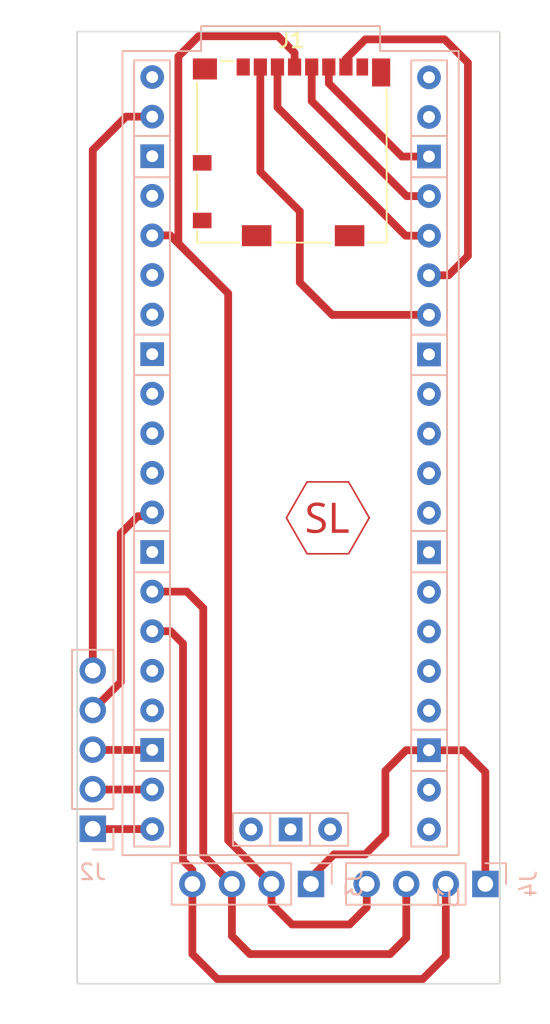
<source format=kicad_pcb>
(kicad_pcb (version 20221018) (generator pcbnew)
  (layers (0 "F.Cu" signal) (31 "B.Cu" signal) (34 "B.Paste" user) (35 "F.Paste" user) (36 "B.SilkS" user "B.Silkscreen") (37 "F.SilkS" user "F.Silkscreen") (38 "B.Mask" user) (39 "F.Mask" user) (44 "Edge.Cuts" user))
  (net 0 "")
  (net 2 "/SD_CS")
  (net 3 "/SD_MOSI")
  (net 4 "+3V3")
  (net 5 "/SD_SCLK")
  (net 6 "GND")
  (net 7 "/SD_MISO")
  (net 10 "/UART0_TX")
  (net 11 "/I2C0_SDA")
  (net 12 "/I2C0_SCL")
  (net 13 "/UART0_RX")
  (net 14 "/MCTL_CTR")
  (net 29 "VCC")
  (footprint "Connector_Card:microSD_HC_Molex_104031-0811" (layer "F.Cu") (at 105.97 55.825)
    (fp_text reference "J1" (at 0 -7.18) (layer "F.SilkS"))
    (fp_text value "Micro_SD_Card")
    (fp_line (start -6.07 -4.45) (end -6.07 0) (stroke (width 0.12)) (layer "F.SilkS"))
    (fp_line (start -6.07 1.4) (end -6.07 3.7) (stroke (width 0.12)) (layer "F.SilkS"))
    (fp_line (start -6.07 5.1) (end -6.07 5.82) (stroke (width 0.12)) (layer "F.SilkS"))
    (fp_line (start -6.07 5.82) (end -3.39 5.82) (stroke (width 0.12)) (layer "F.SilkS"))
    (fp_line (start -4.59 -5.82) (end -3.73 -5.82) (stroke (width 0.12)) (layer "F.SilkS"))
    (fp_line (start -1.09 5.82) (end 2.58 5.82) (stroke (width 0.12)) (layer "F.SilkS"))
    (fp_line (start 4.88 5.82) (end 6.11 5.82) (stroke (width 0.12)) (layer "F.SilkS"))
    (fp_line (start 6.11 5.82) (end 6.11 -4) (stroke (width 0.12)) (layer "F.SilkS"))
    (pad "1" smd rect (at -3.105 -5.45) (size 0.85 1.1) (layers "F.Cu" "F.Paste" "F.Mask"))
    (pad "2" smd rect (at -2.005 -5.45) (size 0.85 1.1) (layers "F.Cu" "F.Paste" "F.Mask") (net 2 "/SD_CS"))
    (pad "3" smd rect (at -0.905 -5.45) (size 0.85 1.1) (layers "F.Cu" "F.Paste" "F.Mask") (net 3 "/SD_MOSI"))
    (pad "4" smd rect (at 0.195 -5.45) (size 0.85 1.1) (layers "F.Cu" "F.Paste" "F.Mask") (net 4 "+3V3"))
    (pad "5" smd rect (at 1.295 -5.45) (size 0.85 1.1) (layers "F.Cu" "F.Paste" "F.Mask") (net 5 "/SD_SCLK"))
    (pad "6" smd rect (at 2.395 -5.45) (size 0.85 1.1) (layers "F.Cu" "F.Paste" "F.Mask") (net 6 "GND"))
    (pad "7" smd rect (at 3.495 -5.45) (size 0.85 1.1) (layers "F.Cu" "F.Paste" "F.Mask") (net 7 "/SD_MISO"))
    (pad "8" smd rect (at 4.545 -5.45) (size 0.75 1.1) (layers "F.Cu" "F.Paste" "F.Mask"))
    (pad "9" smd rect (at -5.74 0.7) (size 1.2 1) (layers "F.Cu" "F.Paste" "F.Mask"))
    (pad "10" smd rect (at -5.74 4.4) (size 1.2 1) (layers "F.Cu" "F.Paste" "F.Mask"))
    (pad "11" smd rect (at -5.565 -5.325) (size 1.55 1.35) (layers "F.Cu" "F.Paste" "F.Mask"))
    (pad "11" smd rect (at -2.24 5.375) (size 1.9 1.35) (layers "F.Cu" "F.Paste" "F.Mask"))
    (pad "11" smd rect (at 3.73 5.375) (size 1.9 1.35) (layers "F.Cu" "F.Paste" "F.Mask"))
    (pad "11" smd rect (at 5.755 -5.1) (size 1.17 1.8) (layers "F.Cu" "F.Paste" "F.Mask"))
  )
  (footprint "Logos:Stolij-Logo" (layer "F.Cu") (at 108.3 79.3)
    (fp_text reference "G***" hide)
    (fp_text value "LOGO" hide)
    (fp_poly (pts (xy 0.499534 0.745315) (xy 1.337733 0.745315) (xy 1.337733 0.965522) (xy 0.262467 0.965522) (xy 0.262467 -0.957053) (xy 0.499534 -0.957053)) (fill solid) (layer "F.Cu"))
    (fp_poly (pts (xy -0.620532 -0.978491) (xy -0.517929 -0.96899) (xy -0.417587 -0.952246) (xy -0.3937 -0.947021) (xy -0.349811 -0.935969) (xy -0.305309 -0.923101) (xy -0.263198 -0.909481) (xy -0.226483 -0.896178) (xy -0.198167 -0.884258) (xy -0.181256 -0.874786) (xy -0.1778 -0.870379) (xy -0.180713 -0.855445) (xy -0.188489 -0.830538) (xy -0.199686 -0.799247) (xy -0.212863 -0.76516) (xy -0.226575 -0.731864) (xy -0.239381 -0.702948) (xy -0.249838 -0.681998) (xy -0.256504 -0.672604) (xy -0.257371 -0.672464) (xy -0.284063 -0.682519) (xy -0.322318 -0.695367) (xy -0.367308 -0.709544) (xy -0.414208 -0.723587) (xy -0.458191 -0.736033) (xy -0.494428 -0.745418) (xy -0.508321 -0.748544) (xy -0.592428 -0.761946) (xy -0.675701 -0.767945) (xy -0.754843 -0.766661) (xy -0.826554 -0.758217) (xy -0.887534 -0.742735) (xy -0.910116 -0.733724) (xy -0.970093 -0.697945) (xy -1.016634 -0.652237) (xy -1.049184 -0.597667) (xy -1.067188 -0.535303) (xy -1.070092 -0.466209) (xy -1.066347 -0.433343) (xy -1.053973 -0.379766) (xy -1.033968 -0.335995) (xy -1.002943 -0.295437) (xy -0.98684 -0.278788) (xy -0.961815 -0.256745) (xy -0.930976 -0.234745) (xy -0.892569 -0.211874) (xy -0.844837 -0.187215) (xy -0.786025 -0.159853) (xy -0.714377 -0.128872) (xy -0.642243 -0.099079) (xy -0.536222 -0.053916) (xy -0.445648 -0.010545) (xy -0.369281 0.032113) (xy -0.305879 0.075138) (xy -0.254201 0.119607) (xy -0.213007 0.166602) (xy -0.181056 0.2172) (xy -0.157107 0.272481) (xy -0.139919 0.333525) (xy -0.138779 0.338779) (xy -0.128617 0.420185) (xy -0.130994 0.504611) (xy -0.1452 0.587762) (xy -0.170523 0.665343) (xy -0.203366 0.728635) (xy -0.236394 0.7714) (xy -0.280221 0.815784) (xy -0.32984 0.857326) (xy -0.380245 0.891565) (xy -0.396319 0.900565) (xy -0.484411 0.938349) (xy -0.584925 0.965939) (xy -0.696639 0.983168) (xy -0.81833 0.989872) (xy -0.948773 0.985883) (xy -0.996937 0.981867) (xy -1.098361 0.967946) (xy -1.199031 0.946506) (xy -1.272116 0.925485) (xy -1.337733 0.903991) (xy -1.337733 0.67156) (xy -1.242483 0.703801) (xy -1.147381 0.733213) (xy -1.05906 0.75405) (xy -0.970526 0.767591) (xy -0.874788 0.775119) (xy -0.846667 0.77629) (xy -0.787142 0.777807) (xy -0.740455 0.777516) (xy -0.702587 0.775236) (xy -0.66952 0.770786) (xy -0.65273 0.767519) (xy -0.571323 0.743703) (xy -0.502888 0.709868) (xy -0.447807 0.666272) (xy -0.406465 0.613174) (xy -0.396337 0.594497) (xy -0.387129 0.573311) (xy -0.381306 0.551836) (xy -0.378147 0.525316) (xy -0.376931 0.488998) (xy -0.376826 0.465822) (xy -0.377277 0.424167) (xy -0.379118 0.394622) (xy -0.383185 0.372366) (xy -0.39031 0.352578) (xy -0.399708 0.3335) (xy -0.420109 0.301977) (xy -0.44645 0.270384) (xy -0.460365 0.256794) (xy -0.492918 0.232461) (xy -0.538518 0.204544) (xy -0.594082 0.174619) (xy -0.656529 0.144265) (xy -0.722777 0.115057) (xy -0.7874 0.089446) (xy -0.901757 0.043417) (xy -1.000065 -0.003777) (xy -1.083203 -0.053003) (xy -1.152053 -0.105126) (xy -1.207495 -0.161011) (xy -1.25041 -0.221524) (xy -1.281678 -0.28753) (xy -1.302182 -0.359895) (xy -1.311683 -0.425726) (xy -1.314283 -0.518663) (xy -1.30392 -0.601868) (xy -1.280197 -0.676961) (xy -1.24272 -0.745561) (xy -1.228874 -0.764934) (xy -1.172821 -0.825784) (xy -1.103655 -0.878359) (xy -1.023749 -0.921243) (xy -0.935473 -0.953018) (xy -0.898631 -0.962239) (xy -0.815211 -0.975246) (xy -0.721069 -0.98062)) (fill solid) (layer "F.Cu"))
    (fp_poly (pts (xy 2.029464 -1.202668) (xy 2.104094 -1.073613) (xy 2.176566 -0.948255) (xy 2.246411 -0.827407) (xy 2.313162 -0.711881) (xy 2.376349 -0.60249) (xy 2.435503 -0.500046) (xy 2.490156 -0.405361) (xy 2.539839 -0.319248) (xy 2.584083 -0.242518) (xy 2.62242 -0.175985) (xy 2.65438 -0.12046) (xy 2.679496 -0.076755) (xy 2.697299 -0.045684) (xy 2.707319 -0.028058) (xy 2.709255 -0.024557) (xy 2.72532 0.005937) (xy 2.045532 1.182345) (xy 1.365745 2.358753) (xy -1.362549 2.363039) (xy -1.408405 2.28467) (xy -1.419785 2.265126) (xy -1.438642 2.232625) (xy -1.464412 2.188142) (xy -1.496532 2.132652) (xy -1.534438 2.067131) (xy -1.577568 1.992555) (xy -1.625356 1.909899) (xy -1.677241 1.820138) (xy -1.732659 1.724249) (xy -1.791047 1.623206) (xy -1.851841 1.517985) (xy -1.914477 1.409562) (xy -1.978393 1.298912) (xy -2.043024 1.18701) (xy -2.107809 1.074833) (xy -2.172183 0.963356) (xy -2.235582 0.853554) (xy -2.297445 0.746402) (xy -2.357206 0.642877) (xy -2.414303 0.543954) (xy -2.468173 0.450608) (xy -2.518251 0.363815) (xy -2.563976 0.28455) (xy -2.604783 0.213789) (xy -2.640108 0.152507) (xy -2.669389 0.10168) (xy -2.692063 0.062284) (xy -2.707565 0.035293) (xy -2.715333 0.021684) (xy -2.716088 0.020324) (xy -2.716592 0.016697) (xy -2.715257 0.010295) (xy -2.713073 0.004234) (xy -2.594595 0.004234) (xy -2.590444 0.012972) (xy -2.578368 0.035389) (xy -2.558928 0.070507) (xy -2.532686 0.117349) (xy -2.500205 0.174937) (xy -2.462047 0.242293) (xy -2.418774 0.318439) (xy -2.370949 0.402397) (xy -2.319134 0.49319) (xy -2.263891 0.589839) (xy -2.205782 0.691367) (xy -2.145369 0.796796) (xy -2.083215 0.905149) (xy -2.019882 1.015446) (xy -1.955932 1.126711) (xy -1.891928 1.237966) (xy -1.828431 1.348233) (xy -1.766004 1.456533) (xy -1.70521 1.56189) (xy -1.64661 1.663325) (xy -1.590766 1.759861) (xy -1.538241 1.850519) (xy -1.489597 1.934322) (xy -1.445397 2.010292) (xy -1.406202 2.077451) (xy -1.372575 2.134821) (xy -1.345079 2.181425) (xy -1.324274 2.216285) (xy -1.310724 2.238422) (xy -1.305308 2.246532) (xy -1.302967 2.248517) (xy -1.298934 2.250318) (xy -1.292414 2.251942) (xy -1.282612 2.2534) (xy -1.268733 2.254699) (xy -1.249983 2.255849) (xy -1.225567 2.256859) (xy -1.194689 2.257738) (xy -1.156556 2.258496) (xy -1.110372 2.25914) (xy -1.055342 2.25968) (xy -0.990672 2.260125) (xy -0.915566 2.260485) (xy -0.829231 2.260767) (xy -0.73087 2.260982) (xy -0.61969 2.261138) (xy -0.494895 2.261244) (xy -0.355691 2.261309) (xy -0.201283 2.261343) (xy -0.030875 2.261353) (xy 1.294247 2.261353) (xy 1.310534 2.238062) (xy 1.319241 2.224327) (xy 1.335549 2.197269) (xy 1.358897 2.157866) (xy 1.388721 2.107098) (xy 1.424459 2.045943) (xy 1.465547 1.975381) (xy 1.511424 1.896389) (xy 1.561527 1.809949) (xy 1.615292 1.717037) (xy 1.672157 1.618634) (xy 1.73156 1.515718) (xy 1.792937 1.409268) (xy 1.855725 1.300263) (xy 1.919363 1.189683) (xy 1.983288 1.078505) (xy 2.046936 0.96771) (xy 2.109745 0.858275) (xy 2.171152 0.751181) (xy 2.230594 0.647405) (xy 2.287509 0.547927) (xy 2.341334 0.453726) (xy 2.391507 0.365781) (xy 2.437464 0.285071) (xy 2.478642 0.212574) (xy 2.51448 0.14927) (xy 2.544414 0.096138) (xy 2.567881 0.054156) (xy 2.58432 0.024304) (xy 2.593166 0.00756) (xy 2.594597 0.004234) (xy 2.590446 -0.004503) (xy 2.578369 -0.02692) (xy 2.558929 -0.062038) (xy 2.532687 -0.108881) (xy 2.500206 -0.166468) (xy 2.462048 -0.233824) (xy 2.418775 -0.30997) (xy 2.37095 -0.393929) (xy 2.319135 -0.484721) (xy 2.263891 -0.581371) (xy 2.205782 -0.682899) (xy 2.145369 -0.788328) (xy 2.083215 -0.89668) (xy 2.019882 -1.006978) (xy 1.955932 -1.118243) (xy 1.891928 -1.229498) (xy 1.828431 -1.339765) (xy 1.766004 -1.448065) (xy 1.70521 -1.553422) (xy 1.646609 -1.654857) (xy 1.590766 -1.751392) (xy 1.538241 -1.842051) (xy 1.489597 -1.925853) (xy 1.445397 -2.001823) (xy 1.406202 -2.068982) (xy 1.372575 -2.126353) (xy 1.345079 -2.172956) (xy 1.324274 -2.207816) (xy 1.310724 -2.229953) (xy 1.305308 -2.238063) (xy 1.302967 -2.240049) (xy 1.298933 -2.24185) (xy 1.292412 -2.243475) (xy 1.282608 -2.244932) (xy 1.268726 -2.246232) (xy 1.249972 -2.247382) (xy 1.22555 -2.248392) (xy 1.194666 -2.249272) (xy 1.156524 -2.250029) (xy 1.110329 -2.250673) (xy 1.055285 -2.251213) (xy 0.990599 -2.251658) (xy 0.915475 -2.252017) (xy 0.829118 -2.2523) (xy 0.730733 -2.252514) (xy 0.619524 -2.25267) (xy 0.494698 -2.252776) (xy 0.355458 -2.252841) (xy 0.201009 -2.252874) (xy 0.030558 -2.252884) (xy 0 -2.252885) (xy -0.173245 -2.252877) (xy -0.330353 -2.252848) (xy -0.472117 -2.252789) (xy -0.599333 -2.252691) (xy -0.712796 -2.252544) (xy -0.813301 -2.25234) (xy -0.901643 -2.25207) (xy -0.978617 -2.251725) (xy -1.045019 -2.251295) (xy -1.101643 -2.250771) (xy -1.149284 -2.250145) (xy -1.188738 -2.249408) (xy -1.2208 -2.24855) (xy -1.246264 -2.247563) (xy -1.265926 -2.246437) (xy -1.280581 -2.245163) (xy -1.291023 -2.243733) (xy -1.298049 -2.242137) (xy -1.302453 -2.240367) (xy -1.305029 -2.238413) (xy -1.305342 -2.238063) (xy -1.312213 -2.227635) (xy -1.326822 -2.203645) (xy -1.348606 -2.16707) (xy -1.377002 -2.118889) (xy -1.411449 -2.060079) (xy -1.451385 -1.991617) (xy -1.496246 -1.914483) (xy -1.545472 -1.829653) (xy -1.598499 -1.738106) (xy -1.654765 -1.64082) (xy -1.713709 -1.538771) (xy -1.774767 -1.432939) (xy -1.837378 -1.324301) (xy -1.900979 -1.213835) (xy -1.965009 -1.102519) (xy -2.028905 -0.99133) (xy -2.092104 -0.881247) (xy -2.154044 -0.773247) (xy -2.214164 -0.668308) (xy -2.271901 -0.567409) (xy -2.326693 -0.471526) (xy -2.377977 -0.381638) (xy -2.425191 -0.298723) (xy -2.467773 -0.223758) (xy -2.505161 -0.157721) (xy -2.536793 -0.101591) (xy -2.562106 -0.056345) (xy -2.580538 -0.022961) (xy -2.591526 -0.002417) (xy -2.594595 0.004234) (xy -2.713073 0.004234) (xy -2.711714 0.000462) (xy -2.705596 -0.01346) (xy -2.696532 -0.032127) (xy -2.684156 -0.056193) (xy -2.668098 -0.086317) (xy -2.64799 -0.123153) (xy -2.623464 -0.167359) (xy -2.594152 -0.219589) (xy -2.559684 -0.280502) (xy -2.519692 -0.350752) (xy -2.473809 -0.430996) (xy -2.421665 -0.521891) (xy -2.362892 -0.624092) (xy -2.297121 -0.738255) (xy -2.223985 -0.865038) (xy -2.143115 -1.005095) (xy -2.054141 -1.159084) (xy -2.045594 -1.173874) (xy -1.365682 -2.350284) (xy 1.365738 -2.350284)) (fill solid) (layer "F.Cu"))
  )
  (footprint "BreakoutModules:RPi_Pico" (layer "B.Cu") (at 116.41 100.65 180)
    (fp_text reference "U1" (at 0.5 -3.05 unlocked) (layer "B.SilkS") (effects (justify mirror)))
    (fp_text value "RaspberryPiPico")
    (fp_line (start -0.3 -0.3) (end -0.3 51.3) (stroke (width 0.12)) (layer "B.SilkS"))
    (fp_line (start -0.3 51.3) (end 4.75 51.3) (stroke (width 0.12)) (layer "B.SilkS"))
    (fp_line (start 0.45 0.25) (end 2.75 0.25) (stroke (width 0.12)) (layer "B.SilkS"))
    (fp_line (start 0.45 5.1) (end 2.75 5.1) (stroke (width 0.12)) (layer "B.SilkS"))
    (fp_line (start 0.45 7.75) (end 2.75 7.75) (stroke (width 0.12)) (layer "B.SilkS"))
    (fp_line (start 0.45 17.85) (end 2.75 17.85) (stroke (width 0.12)) (layer "B.SilkS"))
    (fp_line (start 0.45 20.5) (end 2.75 20.5) (stroke (width 0.12)) (layer "B.SilkS"))
    (fp_line (start 0.45 30.5) (end 2.75 30.5) (stroke (width 0.12)) (layer "B.SilkS"))
    (fp_line (start 0.45 33.1) (end 2.75 33.1) (stroke (width 0.12)) (layer "B.SilkS"))
    (fp_line (start 0.45 43.2) (end 2.75 43.2) (stroke (width 0.12)) (layer "B.SilkS"))
    (fp_line (start 0.45 45.85) (end 2.75 45.85) (stroke (width 0.12)) (layer "B.SilkS"))
    (fp_line (start 0.45 50.7) (end 0.45 0.25) (stroke (width 0.12)) (layer "B.SilkS"))
    (fp_line (start 2.75 0.25) (end 2.75 50.7) (stroke (width 0.12)) (layer "B.SilkS"))
    (fp_line (start 2.75 50.7) (end 0.45 50.7) (stroke (width 0.12)) (layer "B.SilkS"))
    (fp_line (start 4.75 51.3) (end 4.75 52.9) (stroke (width 0.12)) (layer "B.SilkS"))
    (fp_line (start 4.75 52.9) (end 16.25 52.9) (stroke (width 0.12)) (layer "B.SilkS"))
    (fp_line (start 6.8 0.3) (end 6.8 2.4) (stroke (width 0.12)) (layer "B.SilkS"))
    (fp_line (start 6.8 2.4) (end 14.2 2.4) (stroke (width 0.12)) (layer "B.SilkS"))
    (fp_line (start 9.25 0.3) (end 9.25 2.4) (stroke (width 0.12)) (layer "B.SilkS"))
    (fp_line (start 11.8 2.4) (end 11.8 0.3) (stroke (width 0.12)) (layer "B.SilkS"))
    (fp_line (start 14.2 0.3) (end 6.8 0.3) (stroke (width 0.12)) (layer "B.SilkS"))
    (fp_line (start 14.2 2.4) (end 14.2 0.3) (stroke (width 0.12)) (layer "B.SilkS"))
    (fp_line (start 16.25 51.3) (end 21.3 51.3) (stroke (width 0.12)) (layer "B.SilkS"))
    (fp_line (start 16.25 52.9) (end 16.25 51.3) (stroke (width 0.12)) (layer "B.SilkS"))
    (fp_line (start 18.25 0.25) (end 20.55 0.25) (stroke (width 0.12)) (layer "B.SilkS"))
    (fp_line (start 18.25 5.1) (end 20.55 5.1) (stroke (width 0.12)) (layer "B.SilkS"))
    (fp_line (start 18.25 7.75) (end 20.55 7.75) (stroke (width 0.12)) (layer "B.SilkS"))
    (fp_line (start 18.25 17.85) (end 20.55 17.85) (stroke (width 0.12)) (layer "B.SilkS"))
    (fp_line (start 18.25 20.5) (end 20.55 20.5) (stroke (width 0.12)) (layer "B.SilkS"))
    (fp_line (start 18.25 30.5) (end 20.55 30.5) (stroke (width 0.12)) (layer "B.SilkS"))
    (fp_line (start 18.25 33.1) (end 20.55 33.1) (stroke (width 0.12)) (layer "B.SilkS"))
    (fp_line (start 18.25 43.2) (end 20.55 43.2) (stroke (width 0.12)) (layer "B.SilkS"))
    (fp_line (start 18.25 45.85) (end 20.55 45.85) (stroke (width 0.12)) (layer "B.SilkS"))
    (fp_line (start 18.25 50.7) (end 18.25 0.25) (stroke (width 0.12)) (layer "B.SilkS"))
    (fp_line (start 20.55 0.25) (end 20.55 50.7) (stroke (width 0.12)) (layer "B.SilkS"))
    (fp_line (start 20.55 50.7) (end 18.25 50.7) (stroke (width 0.12)) (layer "B.SilkS"))
    (fp_line (start 21.3 -0.3) (end -0.3 -0.3) (stroke (width 0.12)) (layer "B.SilkS"))
    (fp_line (start 21.3 51.3) (end 21.3 -0.3) (stroke (width 0.12)) (layer "B.SilkS"))
    (pad "1" thru_hole circle (at 1.61 49.61 180) (size 1.524 1.524) (drill 0.762) (layers "*.Cu" "*.Mask"))
    (pad "2" thru_hole circle (at 1.61 47.07 180) (size 1.524 1.524) (drill 0.762) (layers "*.Cu" "*.Mask"))
    (pad "3" thru_hole rect (at 1.61 44.53 180) (size 1.524 1.524) (drill 0.762) (layers "*.Cu" "*.Mask") (net 6 "GND"))
    (pad "4" thru_hole circle (at 1.61 41.99 180) (size 1.524 1.524) (drill 0.762) (layers "*.Cu" "*.Mask") (net 5 "/SD_SCLK"))
    (pad "5" thru_hole circle (at 1.61 39.45 180) (size 1.524 1.524) (drill 0.762) (layers "*.Cu" "*.Mask") (net 3 "/SD_MOSI"))
    (pad "6" thru_hole circle (at 1.61 36.91 180) (size 1.524 1.524) (drill 0.762) (layers "*.Cu" "*.Mask") (net 7 "/SD_MISO"))
    (pad "7" thru_hole circle (at 1.61 34.37 180) (size 1.524 1.524) (drill 0.762) (layers "*.Cu" "*.Mask") (net 2 "/SD_CS"))
    (pad "8" thru_hole rect (at 1.61 31.83 180) (size 1.524 1.524) (drill 0.762) (layers "*.Cu" "*.Mask") (net 6 "GND"))
    (pad "9" thru_hole circle (at 1.61 29.29 180) (size 1.524 1.524) (drill 0.762) (layers "*.Cu" "*.Mask"))
    (pad "10" thru_hole circle (at 1.61 26.75 180) (size 1.524 1.524) (drill 0.762) (layers "*.Cu" "*.Mask"))
    (pad "11" thru_hole circle (at 1.61 24.21 180) (size 1.524 1.524) (drill 0.762) (layers "*.Cu" "*.Mask"))
    (pad "12" thru_hole circle (at 1.61 21.67 180) (size 1.524 1.524) (drill 0.762) (layers "*.Cu" "*.Mask"))
    (pad "13" thru_hole rect (at 1.61 19.13 180) (size 1.524 1.524) (drill 0.762) (layers "*.Cu" "*.Mask") (net 6 "GND"))
    (pad "14" thru_hole circle (at 1.61 16.59 180) (size 1.524 1.524) (drill 0.762) (layers "*.Cu" "*.Mask"))
    (pad "15" thru_hole circle (at 1.61 14.05 180) (size 1.524 1.524) (drill 0.762) (layers "*.Cu" "*.Mask"))
    (pad "16" thru_hole circle (at 1.61 11.51 180) (size 1.524 1.524) (drill 0.762) (layers "*.Cu" "*.Mask"))
    (pad "17" thru_hole circle (at 1.61 8.97 180) (size 1.524 1.524) (drill 0.762) (layers "*.Cu" "*.Mask"))
    (pad "18" thru_hole rect (at 1.61 6.43 180) (size 1.524 1.524) (drill 0.762) (layers "*.Cu" "*.Mask") (net 6 "GND"))
    (pad "19" thru_hole circle (at 1.61 3.89 180) (size 1.524 1.524) (drill 0.762) (layers "*.Cu" "*.Mask"))
    (pad "20" thru_hole circle (at 1.61 1.35 180) (size 1.524 1.524) (drill 0.762) (layers "*.Cu" "*.Mask"))
    (pad "21" thru_hole circle (at 19.39 1.37 180) (size 1.524 1.524) (drill 0.762) (layers "*.Cu" "*.Mask") (net 10 "/UART0_TX"))
    (pad "22" thru_hole circle (at 19.39 3.91 180) (size 1.524 1.524) (drill 0.762) (layers "*.Cu" "*.Mask") (net 13 "/UART0_RX"))
    (pad "23" thru_hole rect (at 19.39 6.45 180) (size 1.524 1.524) (drill 0.762) (layers "*.Cu" "*.Mask") (net 6 "GND"))
    (pad "24" thru_hole circle (at 19.39 8.99 180) (size 1.524 1.524) (drill 0.762) (layers "*.Cu" "*.Mask"))
    (pad "25" thru_hole circle (at 19.39 11.53 180) (size 1.524 1.524) (drill 0.762) (layers "*.Cu" "*.Mask"))
    (pad "26" thru_hole circle (at 19.39 14.07 180) (size 1.524 1.524) (drill 0.762) (layers "*.Cu" "*.Mask") (net 11 "/I2C0_SDA"))
    (pad "27" thru_hole circle (at 19.39 16.61 180) (size 1.524 1.524) (drill 0.762) (layers "*.Cu" "*.Mask") (net 12 "/I2C0_SCL"))
    (pad "28" thru_hole rect (at 19.39 19.15 180) (size 1.524 1.524) (drill 0.762) (layers "*.Cu" "*.Mask") (net 6 "GND"))
    (pad "29" thru_hole circle (at 19.39 21.69 180) (size 1.524 1.524) (drill 0.762) (layers "*.Cu" "*.Mask") (net 14 "/MCTL_CTR"))
    (pad "30" thru_hole circle (at 19.39 24.23 180) (size 1.524 1.524) (drill 0.762) (layers "*.Cu" "*.Mask"))
    (pad "31" thru_hole circle (at 19.39 26.77 180) (size 1.524 1.524) (drill 0.762) (layers "*.Cu" "*.Mask"))
    (pad "32" thru_hole circle (at 19.39 29.31 180) (size 1.524 1.524) (drill 0.762) (layers "*.Cu" "*.Mask"))
    (pad "33" thru_hole rect (at 19.39 31.85 180) (size 1.524 1.524) (drill 0.762) (layers "*.Cu" "*.Mask") (net 6 "GND"))
    (pad "34" thru_hole circle (at 19.39 34.39 180) (size 1.524 1.524) (drill 0.762) (layers "*.Cu" "*.Mask"))
    (pad "35" thru_hole circle (at 19.39 36.93 180) (size 1.524 1.524) (drill 0.762) (layers "*.Cu" "*.Mask"))
    (pad "36" thru_hole circle (at 19.39 39.47 180) (size 1.524 1.524) (drill 0.762) (layers "*.Cu" "*.Mask") (net 4 "+3V3"))
    (pad "37" thru_hole circle (at 19.39 42.01 180) (size 1.524 1.524) (drill 0.762) (layers "*.Cu" "*.Mask"))
    (pad "38" thru_hole rect (at 19.39 44.55 180) (size 1.524 1.524) (drill 0.762) (layers "*.Cu" "*.Mask") (net 6 "GND"))
    (pad "39" thru_hole circle (at 19.39 47.09 180) (size 1.524 1.524) (drill 0.762) (layers "*.Cu" "*.Mask") (net 29 "VCC"))
    (pad "40" thru_hole circle (at 19.39 49.63 180) (size 1.524 1.524) (drill 0.762) (layers "*.Cu" "*.Mask"))
    (pad "41" thru_hole circle (at 7.96 1.35 180) (size 1.524 1.524) (drill 0.762) (layers "*.Cu" "*.Mask"))
    (pad "42" thru_hole rect (at 10.5 1.35 180) (size 1.524 1.524) (drill 0.762) (layers "*.Cu" "*.Mask"))
    (pad "43" thru_hole circle (at 13.04 1.35 180) (size 1.524 1.524) (drill 0.762) (layers "*.Cu" "*.Mask"))
  )
  (footprint "Connector_PinSocket_2.54mm:PinSocket_1x04_P2.54mm_Vertical" (layer "B.Cu") (at 118.42 102.8 90)
    (fp_text reference "J4" (at 0 2.77 90) (layer "B.SilkS") (effects (justify mirror)))
    (fp_text value "MagnetoMeterConnector")
    (fp_line (start -1.33 -8.95) (end 1.33 -8.95) (stroke (width 0.12)) (layer "B.SilkS"))
    (fp_line (start -1.33 -1.27) (end -1.33 -8.95) (stroke (width 0.12)) (layer "B.SilkS"))
    (fp_line (start -1.33 -1.27) (end 1.33 -1.27) (stroke (width 0.12)) (layer "B.SilkS"))
    (fp_line (start 0 1.33) (end 1.33 1.33) (stroke (width 0.12)) (layer "B.SilkS"))
    (fp_line (start 1.33 -1.27) (end 1.33 -8.95) (stroke (width 0.12)) (layer "B.SilkS"))
    (fp_line (start 1.33 1.33) (end 1.33 0) (stroke (width 0.12)) (layer "B.SilkS"))
    (pad "1" thru_hole rect (at 0 0 90) (size 1.7 1.7) (drill 1) (layers "*.Cu" "*.Mask") (net 6 "GND"))
    (pad "2" thru_hole oval (at 0 -2.54 90) (size 1.7 1.7) (drill 1) (layers "*.Cu" "*.Mask") (net 11 "/I2C0_SDA"))
    (pad "3" thru_hole oval (at 0 -5.08 90) (size 1.7 1.7) (drill 1) (layers "*.Cu" "*.Mask") (net 12 "/I2C0_SCL"))
    (pad "4" thru_hole oval (at 0 -7.62 90) (size 1.7 1.7) (drill 1) (layers "*.Cu" "*.Mask") (net 4 "+3V3"))
  )
  (footprint "Connector_PinSocket_2.54mm:PinSocket_1x04_P2.54mm_Vertical" (layer "B.Cu") (at 107.22 102.8 90)
    (fp_text reference "J3" (at 0 2.77 90) (layer "B.SilkS") (effects (justify mirror)))
    (fp_text value "MouseSensorConnector")
    (fp_line (start -1.33 -8.95) (end 1.33 -8.95) (stroke (width 0.12)) (layer "B.SilkS"))
    (fp_line (start -1.33 -1.27) (end -1.33 -8.95) (stroke (width 0.12)) (layer "B.SilkS"))
    (fp_line (start -1.33 -1.27) (end 1.33 -1.27) (stroke (width 0.12)) (layer "B.SilkS"))
    (fp_line (start 0 1.33) (end 1.33 1.33) (stroke (width 0.12)) (layer "B.SilkS"))
    (fp_line (start 1.33 -1.27) (end 1.33 -8.95) (stroke (width 0.12)) (layer "B.SilkS"))
    (fp_line (start 1.33 1.33) (end 1.33 0) (stroke (width 0.12)) (layer "B.SilkS"))
    (pad "1" thru_hole rect (at 0 0 90) (size 1.7 1.7) (drill 1) (layers "*.Cu" "*.Mask") (net 6 "GND"))
    (pad "2" thru_hole oval (at 0 -2.54 90) (size 1.7 1.7) (drill 1) (layers "*.Cu" "*.Mask") (net 4 "+3V3"))
    (pad "3" thru_hole oval (at 0 -5.08 90) (size 1.7 1.7) (drill 1) (layers "*.Cu" "*.Mask") (net 12 "/I2C0_SCL"))
    (pad "4" thru_hole oval (at 0 -7.62 90) (size 1.7 1.7) (drill 1) (layers "*.Cu" "*.Mask") (net 11 "/I2C0_SDA"))
  )
  (footprint "Connector_PinSocket_2.54mm:PinSocket_1x05_P2.54mm_Vertical" (layer "B.Cu") (at 93.2 99.26)
    (fp_text reference "J2" (at 0 2.77 -360) (layer "B.SilkS") (effects (justify mirror)))
    (fp_text value "LiDARConnector")
    (fp_line (start -1.33 -11.49) (end 1.33 -11.49) (stroke (width 0.12)) (layer "B.SilkS"))
    (fp_line (start -1.33 -1.27) (end -1.33 -11.49) (stroke (width 0.12)) (layer "B.SilkS"))
    (fp_line (start -1.33 -1.27) (end 1.33 -1.27) (stroke (width 0.12)) (layer "B.SilkS"))
    (fp_line (start 0 1.33) (end 1.33 1.33) (stroke (width 0.12)) (layer "B.SilkS"))
    (fp_line (start 1.33 -1.27) (end 1.33 -11.49) (stroke (width 0.12)) (layer "B.SilkS"))
    (fp_line (start 1.33 1.33) (end 1.33 0) (stroke (width 0.12)) (layer "B.SilkS"))
    (pad "1" thru_hole rect (at 0 0) (size 1.7 1.7) (drill 1) (layers "*.Cu" "*.Mask") (net 10 "/UART0_TX"))
    (pad "2" thru_hole oval (at 0 -2.54) (size 1.7 1.7) (drill 1) (layers "*.Cu" "*.Mask") (net 13 "/UART0_RX"))
    (pad "3" thru_hole oval (at 0 -5.08) (size 1.7 1.7) (drill 1) (layers "*.Cu" "*.Mask") (net 6 "GND"))
    (pad "4" thru_hole oval (at 0 -7.62) (size 1.7 1.7) (drill 1) (layers "*.Cu" "*.Mask") (net 14 "/MCTL_CTR"))
    (pad "5" thru_hole oval (at 0 -10.16) (size 1.7 1.7) (drill 1) (layers "*.Cu" "*.Mask") (net 29 "VCC"))
  )
  (gr_rect (start 92.2 48.1) (end 119.35 109.2) (stroke (width 0.1)) (fill none) (layer "Edge.Cuts"))
  (segment (start 106.5 59.635) (end 103.965 57.1) (width 0.5) (layer "F.Cu") (net 2))
  (segment (start 103.965 57.1) (end 103.965 50.375) (width 0.5) (layer "F.Cu") (net 2))
  (segment (start 114.8 66.28) (end 108.58 66.28) (width 0.5) (layer "F.Cu") (net 2))
  (segment (start 106.5 64.2) (end 106.5 59.635) (width 0.5) (layer "F.Cu") (net 2))
  (segment (start 108.58 66.28) (end 106.5 64.2) (width 0.5) (layer "F.Cu") (net 2))
  (segment (start 114.8 61.2) (end 113.3 61.2) (width 0.5) (layer "F.Cu") (net 3))
  (segment (start 105.065 52.965) (end 106.2 54.1) (width 0.5) (layer "F.Cu") (net 3))
  (segment (start 113.3 61.2) (end 106.2 54.1) (width 0.5) (layer "F.Cu") (net 3))
  (segment (start 105.065 50.375) (end 105.065 52.965) (width 0.5) (layer "F.Cu") (net 3))
  (segment (start 106 105.4) (end 109.7 105.4) (width 0.5) (layer "F.Cu") (net 4))
  (segment (start 98.7 49.7) (end 100 48.4) (width 0.5) (layer "F.Cu") (net 4))
  (segment (start 110.8 102.8) (end 110.6 102.6) (width 0.25) (layer "F.Cu") (net 4))
  (segment (start 104.68 102.8) (end 102.88 101) (width 0.5) (layer "F.Cu") (net 4))
  (segment (start 102.88 100.98) (end 101.9 100) (width 0.5) (layer "F.Cu") (net 4))
  (segment (start 98.7 59.3) (end 98.7 49.7) (width 0.5) (layer "F.Cu") (net 4))
  (segment (start 97.02 61.18) (end 98.18 61.18) (width 0.5) (layer "F.Cu") (net 4))
  (segment (start 110.8 102.8) (end 110.8 104.3) (width 0.5) (layer "F.Cu") (net 4))
  (segment (start 110.8 104.3) (end 109.7 105.4) (width 0.5) (layer "F.Cu") (net 4))
  (segment (start 104.68 104.08) (end 106 105.4) (width 0.5) (layer "F.Cu") (net 4))
  (segment (start 102.88 101) (end 102.88 100.98) (width 0.5) (layer "F.Cu") (net 4))
  (segment (start 98.7 59.5) (end 98.7 59.3) (width 0.5) (layer "F.Cu") (net 4))
  (segment (start 101.9 100) (end 101.9 64.9) (width 0.5) (layer "F.Cu") (net 4))
  (segment (start 105.1 48.4) (end 106.165 49.465) (width 0.5) (layer "F.Cu") (net 4))
  (segment (start 101.9 64.9) (end 99 62) (width 0.5) (layer "F.Cu") (net 4))
  (segment (start 110.6 102.6) (end 110.4 102.6) (width 0.25) (layer "F.Cu") (net 4))
  (segment (start 98.7 61.7) (end 99 62) (width 0.5) (layer "F.Cu") (net 4))
  (segment (start 98.7 59.5) (end 98.7 61.7) (width 0.5) (layer "F.Cu") (net 4))
  (segment (start 100 48.4) (end 105.1 48.4) (width 0.5) (layer "F.Cu") (net 4))
  (segment (start 106.165 50.375) (end 106.165 49.465) (width 0.5) (layer "F.Cu") (net 4))
  (segment (start 98.18 61.18) (end 99 62) (width 0.5) (layer "F.Cu") (net 4))
  (segment (start 104.68 102.8) (end 104.68 104.08) (width 0.5) (layer "F.Cu") (net 4))
  (segment (start 114.8 58.66) (end 113.36 58.66) (width 0.5) (layer "F.Cu") (net 5))
  (segment (start 107.265 52.565) (end 107.265 50.375) (width 0.5) (layer "F.Cu") (net 5))
  (segment (start 113.36 58.66) (end 107.265 52.565) (width 0.5) (layer "F.Cu") (net 5))
  (segment (start 107.22 102.38) (end 108.7 100.9) (width 0.5) (layer "F.Cu") (net 6))
  (segment (start 112 99.6) (end 112 95.54) (width 0.5) (layer "F.Cu") (net 6))
  (segment (start 97.02 94.2) (end 93.22 94.2) (width 0.5) (layer "F.Cu") (net 6))
  (segment (start 118.42 102.8) (end 118.42 95.62) (width 0.5) (layer "F.Cu") (net 6))
  (segment (start 107.22 102.8) (end 107.22 102.38) (width 0.5) (layer "F.Cu") (net 6))
  (segment (start 108.365 51.425) (end 108.365 50.375) (width 0.5) (layer "F.Cu") (net 6))
  (segment (start 113.06 56.12) (end 108.365 51.425) (width 0.5) (layer "F.Cu") (net 6))
  (segment (start 112 95.54) (end 113.32 94.22) (width 0.5) (layer "F.Cu") (net 6))
  (segment (start 114.8 56.12) (end 113.06 56.12) (width 0.5) (layer "F.Cu") (net 6))
  (segment (start 93.22 94.2) (end 93.2 94.18) (width 0.5) (layer "F.Cu") (net 6))
  (segment (start 108.7 100.9) (end 110.7 100.9) (width 0.5) (layer "F.Cu") (net 6))
  (segment (start 113.32 94.22) (end 114.8 94.22) (width 0.5) (layer "F.Cu") (net 6))
  (segment (start 110.7 100.9) (end 112 99.6) (width 0.5) (layer "F.Cu") (net 6))
  (segment (start 118.42 95.62) (end 117.02 94.22) (width 0.5) (layer "F.Cu") (net 6))
  (segment (start 117.02 94.22) (end 114.8 94.22) (width 0.5) (layer "F.Cu") (net 6))
  (segment (start 114.8 63.74) (end 116.06 63.74) (width 0.5) (layer "F.Cu") (net 7))
  (segment (start 109.465 49.85) (end 110.715 48.6) (width 0.5) (layer "F.Cu") (net 7))
  (segment (start 117.3 62.5) (end 117.3 50.1) (width 0.5) (layer "F.Cu") (net 7))
  (segment (start 109.465 50.375) (end 109.465 49.85) (width 0.5) (layer "F.Cu") (net 7))
  (segment (start 117.3 50.1) (end 115.8 48.6) (width 0.5) (layer "F.Cu") (net 7))
  (segment (start 115.8 48.6) (end 110.715 48.6) (width 0.5) (layer "F.Cu") (net 7))
  (segment (start 116.06 63.74) (end 117.3 62.5) (width 0.5) (layer "F.Cu") (net 7))
  (segment (start 97.02 99.28) (end 93.22 99.28) (width 0.5) (layer "F.Cu") (net 10))
  (segment (start 93.22 99.28) (end 93.2 99.26) (width 0.5) (layer "F.Cu") (net 10))
  (segment (start 99.6 107.3) (end 99.6 102.8) (width 0.5) (layer "F.Cu") (net 11))
  (segment (start 115.88 102.8) (end 115.88 107.42) (width 0.5) (layer "F.Cu") (net 11))
  (segment (start 97.02 86.58) (end 98.2 86.58) (width 0.5) (layer "F.Cu") (net 11))
  (segment (start 114.4 108.9) (end 101.2 108.9) (width 0.5) (layer "F.Cu") (net 11))
  (segment (start 115.88 107.42) (end 114.4 108.9) (width 0.5) (layer "F.Cu") (net 11))
  (segment (start 99 101.3) (end 99 87.38) (width 0.5) (layer "F.Cu") (net 11))
  (segment (start 99 87.38) (end 98.2 86.58) (width 0.5) (layer "F.Cu") (net 11))
  (segment (start 101.2 108.9) (end 99.6 107.3) (width 0.5) (layer "F.Cu") (net 11))
  (segment (start 99.6 102.8) (end 99.6 101.9) (width 0.5) (layer "F.Cu") (net 11))
  (segment (start 99.6 101.9) (end 99 101.3) (width 0.5) (layer "F.Cu") (net 11))
  (segment (start 100.34 101) (end 100.3 101) (width 0.5) (layer "F.Cu") (net 12))
  (segment (start 100.3 101) (end 100.3 85.1) (width 0.5) (layer "F.Cu") (net 12))
  (segment (start 102.14 102.8) (end 100.34 101) (width 0.5) (layer "F.Cu") (net 12))
  (segment (start 113.34 106.26) (end 113.34 102.8) (width 0.5) (layer "F.Cu") (net 12))
  (segment (start 99.24 84.04) (end 97.02 84.04) (width 0.5) (layer "F.Cu") (net 12))
  (segment (start 112.3 107.3) (end 113.34 106.26) (width 0.5) (layer "F.Cu") (net 12))
  (segment (start 100.3 85.1) (end 99.24 84.04) (width 0.5) (layer "F.Cu") (net 12))
  (segment (start 102.14 102.8) (end 102.14 106.14) (width 0.5) (layer "F.Cu") (net 12))
  (segment (start 103.3 107.3) (end 112.3 107.3) (width 0.5) (layer "F.Cu") (net 12))
  (segment (start 102.14 106.14) (end 103.3 107.3) (width 0.5) (layer "F.Cu") (net 12))
  (segment (start 97.02 96.74) (end 93.22 96.74) (width 0.5) (layer "F.Cu") (net 13))
  (segment (start 93.22 96.74) (end 93.2 96.72) (width 0.5) (layer "F.Cu") (net 13))
  (segment (start 96.78 79.2) (end 96.1 79.2) (width 0.5) (layer "F.Cu") (net 14))
  (segment (start 95 80.3) (end 96.1 79.2) (width 0.5) (layer "F.Cu") (net 14))
  (segment (start 95 89.84) (end 95 80.3) (width 0.5) (layer "F.Cu") (net 14))
  (segment (start 93.2 91.64) (end 95 89.84) (width 0.5) (layer "F.Cu") (net 14))
  (segment (start 92.84 91.64) (end 93.2 91.64) (width 0.25) (layer "F.Cu") (net 14))
  (segment (start 97.02 78.96) (end 96.78 79.2) (width 0.5) (layer "F.Cu") (net 14))
  (segment (start 93.2 55.7) (end 94.85 54.05) (width 0.25) (layer "F.Cu") (net 29))
  (segment (start 93.2 55.7) (end 95.34 53.56) (width 0.5) (layer "F.Cu") (net 29))
  (segment (start 93.2 89.1) (end 93.2 55.7) (width 0.5) (layer "F.Cu") (net 29))
  (segment (start 97.02 53.56) (end 95.34 53.56) (width 0.5) (layer "F.Cu") (net 29))
  (segment (start 95.34 53.56) (end 94.85 54.05) (width 0.25) (layer "F.Cu") (net 29))
  (segment (start 94.85 54.05) (end 94.4 54.5) (width 0.25) (layer "F.Cu") (net 29))
)
</source>
